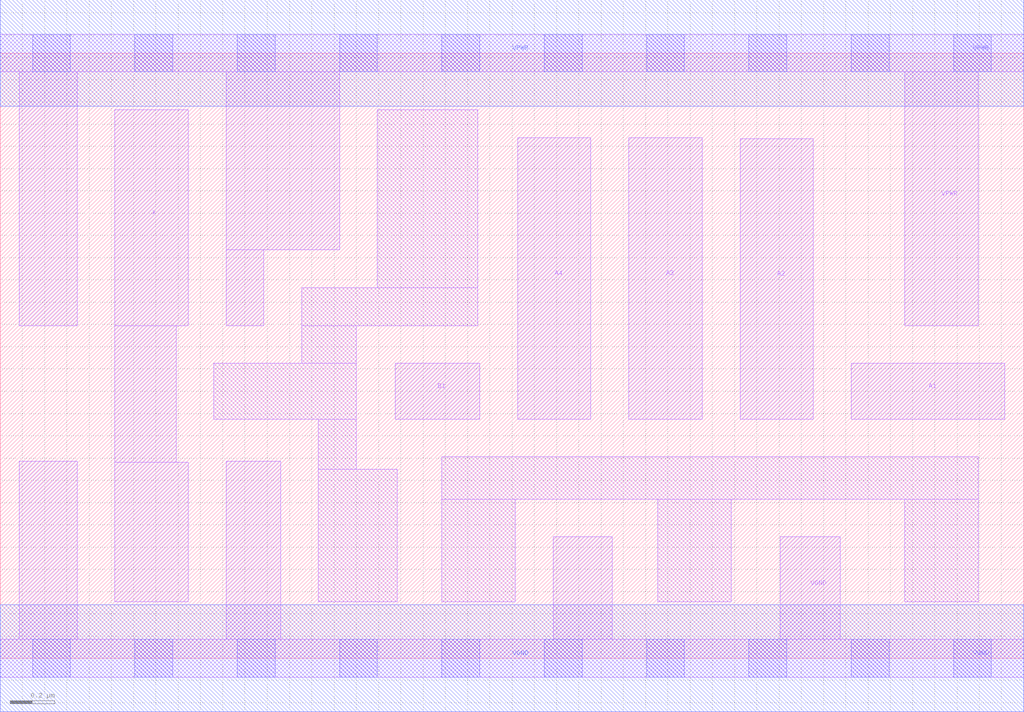
<source format=lef>
# Copyright 2020 The SkyWater PDK Authors
#
# Licensed under the Apache License, Version 2.0 (the "License");
# you may not use this file except in compliance with the License.
# You may obtain a copy of the License at
#
#     https://www.apache.org/licenses/LICENSE-2.0
#
# Unless required by applicable law or agreed to in writing, software
# distributed under the License is distributed on an "AS IS" BASIS,
# WITHOUT WARRANTIES OR CONDITIONS OF ANY KIND, either express or implied.
# See the License for the specific language governing permissions and
# limitations under the License.
#
# SPDX-License-Identifier: Apache-2.0

VERSION 5.7 ;
  NAMESCASESENSITIVE ON ;
  NOWIREEXTENSIONATPIN ON ;
  DIVIDERCHAR "/" ;
  BUSBITCHARS "[]" ;
UNITS
  DATABASE MICRONS 200 ;
END UNITS
MACRO sky130_fd_sc_hd__o41a_2
  CLASS CORE ;
  SOURCE USER ;
  FOREIGN sky130_fd_sc_hd__o41a_2 ;
  ORIGIN  0.000000  0.000000 ;
  SIZE  4.600000 BY  2.720000 ;
  SYMMETRY X Y R90 ;
  SITE unithd ;
  PIN A1
    ANTENNAGATEAREA  0.247500 ;
    DIRECTION INPUT ;
    USE SIGNAL ;
    PORT
      LAYER li1 ;
        RECT 3.825000 1.075000 4.515000 1.325000 ;
    END
  END A1
  PIN A2
    ANTENNAGATEAREA  0.247500 ;
    DIRECTION INPUT ;
    USE SIGNAL ;
    PORT
      LAYER li1 ;
        RECT 3.325000 1.075000 3.655000 2.335000 ;
    END
  END A2
  PIN A3
    ANTENNAGATEAREA  0.247500 ;
    DIRECTION INPUT ;
    USE SIGNAL ;
    PORT
      LAYER li1 ;
        RECT 2.825000 1.075000 3.155000 2.340000 ;
    END
  END A3
  PIN A4
    ANTENNAGATEAREA  0.247500 ;
    DIRECTION INPUT ;
    USE SIGNAL ;
    PORT
      LAYER li1 ;
        RECT 2.325000 1.075000 2.655000 2.340000 ;
    END
  END A4
  PIN B1
    ANTENNAGATEAREA  0.247500 ;
    DIRECTION INPUT ;
    USE SIGNAL ;
    PORT
      LAYER li1 ;
        RECT 1.775000 1.075000 2.155000 1.325000 ;
    END
  END B1
  PIN X
    ANTENNADIFFAREA  0.445500 ;
    DIRECTION OUTPUT ;
    USE SIGNAL ;
    PORT
      LAYER li1 ;
        RECT 0.515000 0.255000 0.845000 0.880000 ;
        RECT 0.515000 0.880000 0.790000 1.495000 ;
        RECT 0.515000 1.495000 0.845000 2.465000 ;
    END
  END X
  PIN VGND
    DIRECTION INOUT ;
    SHAPE ABUTMENT ;
    USE GROUND ;
    PORT
      LAYER li1 ;
        RECT 0.000000 -0.085000 4.600000 0.085000 ;
        RECT 0.085000  0.085000 0.345000 0.885000 ;
        RECT 1.015000  0.085000 1.260000 0.885000 ;
        RECT 2.485000  0.085000 2.750000 0.545000 ;
        RECT 3.505000  0.085000 3.775000 0.545000 ;
      LAYER mcon ;
        RECT 0.145000 -0.085000 0.315000 0.085000 ;
        RECT 0.605000 -0.085000 0.775000 0.085000 ;
        RECT 1.065000 -0.085000 1.235000 0.085000 ;
        RECT 1.525000 -0.085000 1.695000 0.085000 ;
        RECT 1.985000 -0.085000 2.155000 0.085000 ;
        RECT 2.445000 -0.085000 2.615000 0.085000 ;
        RECT 2.905000 -0.085000 3.075000 0.085000 ;
        RECT 3.365000 -0.085000 3.535000 0.085000 ;
        RECT 3.825000 -0.085000 3.995000 0.085000 ;
        RECT 4.285000 -0.085000 4.455000 0.085000 ;
      LAYER met1 ;
        RECT 0.000000 -0.240000 4.600000 0.240000 ;
    END
  END VGND
  PIN VPWR
    DIRECTION INOUT ;
    SHAPE ABUTMENT ;
    USE POWER ;
    PORT
      LAYER li1 ;
        RECT 0.000000 2.635000 4.600000 2.805000 ;
        RECT 0.085000 1.495000 0.345000 2.635000 ;
        RECT 1.015000 1.495000 1.185000 1.835000 ;
        RECT 1.015000 1.835000 1.525000 2.635000 ;
        RECT 4.065000 1.495000 4.395000 2.635000 ;
      LAYER mcon ;
        RECT 0.145000 2.635000 0.315000 2.805000 ;
        RECT 0.605000 2.635000 0.775000 2.805000 ;
        RECT 1.065000 2.635000 1.235000 2.805000 ;
        RECT 1.525000 2.635000 1.695000 2.805000 ;
        RECT 1.985000 2.635000 2.155000 2.805000 ;
        RECT 2.445000 2.635000 2.615000 2.805000 ;
        RECT 2.905000 2.635000 3.075000 2.805000 ;
        RECT 3.365000 2.635000 3.535000 2.805000 ;
        RECT 3.825000 2.635000 3.995000 2.805000 ;
        RECT 4.285000 2.635000 4.455000 2.805000 ;
      LAYER met1 ;
        RECT 0.000000 2.480000 4.600000 2.960000 ;
    END
  END VPWR
  OBS
    LAYER li1 ;
      RECT 0.960000 1.075000 1.600000 1.325000 ;
      RECT 1.355000 1.325000 1.600000 1.495000 ;
      RECT 1.355000 1.495000 2.145000 1.665000 ;
      RECT 1.430000 0.255000 1.785000 0.850000 ;
      RECT 1.430000 0.850000 1.600000 1.075000 ;
      RECT 1.695000 1.665000 2.145000 2.465000 ;
      RECT 1.985000 0.255000 2.315000 0.715000 ;
      RECT 1.985000 0.715000 4.395000 0.905000 ;
      RECT 2.955000 0.255000 3.285000 0.715000 ;
      RECT 4.065000 0.255000 4.395000 0.715000 ;
  END
END sky130_fd_sc_hd__o41a_2

</source>
